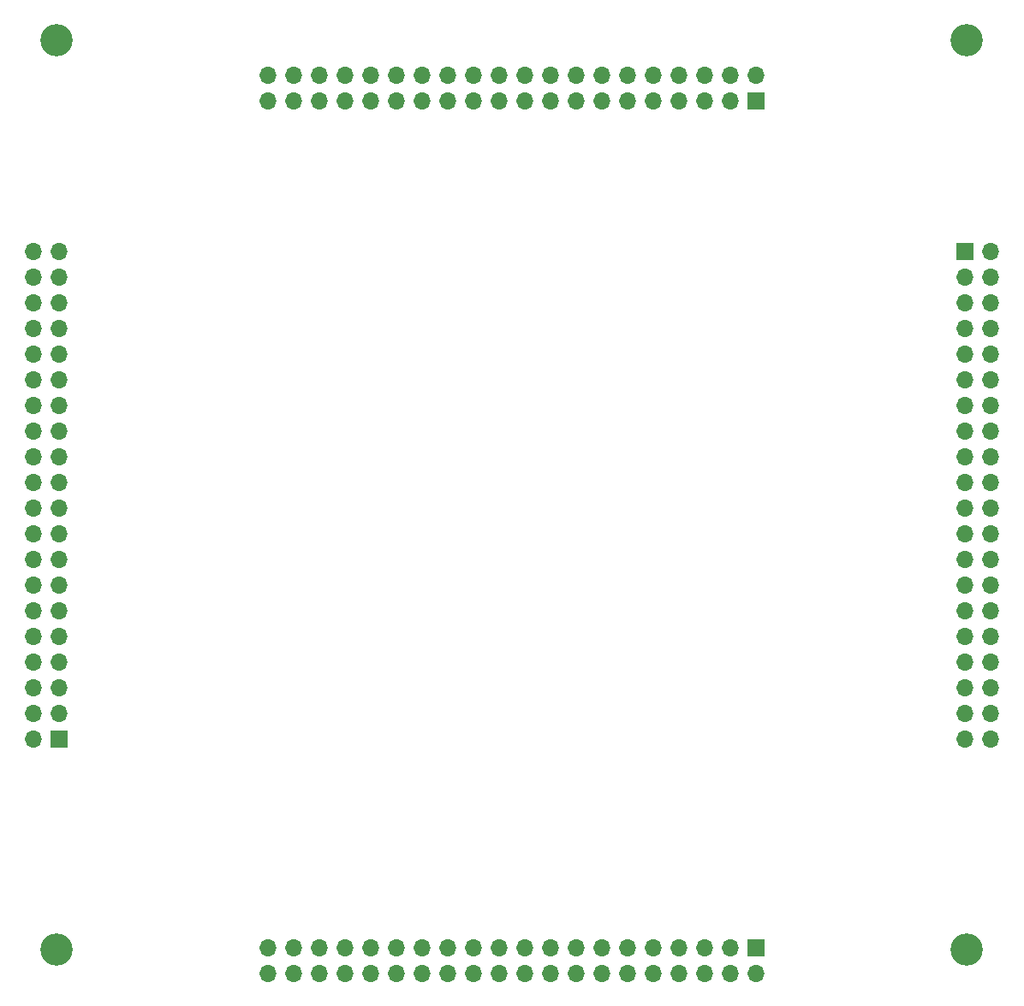
<source format=gbr>
%TF.GenerationSoftware,KiCad,Pcbnew,(5.1.10-1-10_14)*%
%TF.CreationDate,2021-12-06T08:26:31+01:00*%
%TF.ProjectId,stack,73746163-6b2e-46b6-9963-61645f706362,1*%
%TF.SameCoordinates,Original*%
%TF.FileFunction,Soldermask,Bot*%
%TF.FilePolarity,Negative*%
%FSLAX46Y46*%
G04 Gerber Fmt 4.6, Leading zero omitted, Abs format (unit mm)*
G04 Created by KiCad (PCBNEW (5.1.10-1-10_14)) date 2021-12-06 08:26:31*
%MOMM*%
%LPD*%
G01*
G04 APERTURE LIST*
%ADD10O,1.700000X1.700000*%
%ADD11R,1.700000X1.700000*%
%ADD12C,3.200000*%
G04 APERTURE END LIST*
D10*
%TO.C,J4*%
X147358000Y-124130000D03*
X144818000Y-124130000D03*
X147358000Y-121590000D03*
X144818000Y-121590000D03*
X147358000Y-119050000D03*
X144818000Y-119050000D03*
X147358000Y-116510000D03*
X144818000Y-116510000D03*
X147358000Y-113970000D03*
X144818000Y-113970000D03*
X147358000Y-111430000D03*
X144818000Y-111430000D03*
X147358000Y-108890000D03*
X144818000Y-108890000D03*
X147358000Y-106350000D03*
X144818000Y-106350000D03*
X147358000Y-103810000D03*
X144818000Y-103810000D03*
X147358000Y-101270000D03*
X144818000Y-101270000D03*
X147358000Y-98730000D03*
X144818000Y-98730000D03*
X147358000Y-96190000D03*
X144818000Y-96190000D03*
X147358000Y-93650000D03*
X144818000Y-93650000D03*
X147358000Y-91110000D03*
X144818000Y-91110000D03*
X147358000Y-88570000D03*
X144818000Y-88570000D03*
X147358000Y-86030000D03*
X144818000Y-86030000D03*
X147358000Y-83490000D03*
X144818000Y-83490000D03*
X147358000Y-80950000D03*
X144818000Y-80950000D03*
X147358000Y-78410000D03*
X144818000Y-78410000D03*
X147358000Y-75870000D03*
D11*
X144818000Y-75870000D03*
%TD*%
D10*
%TO.C,J3*%
X75870000Y-147358000D03*
X75870000Y-144818000D03*
X78410000Y-147358000D03*
X78410000Y-144818000D03*
X80950000Y-147358000D03*
X80950000Y-144818000D03*
X83490000Y-147358000D03*
X83490000Y-144818000D03*
X86030000Y-147358000D03*
X86030000Y-144818000D03*
X88570000Y-147358000D03*
X88570000Y-144818000D03*
X91110000Y-147358000D03*
X91110000Y-144818000D03*
X93650000Y-147358000D03*
X93650000Y-144818000D03*
X96190000Y-147358000D03*
X96190000Y-144818000D03*
X98730000Y-147358000D03*
X98730000Y-144818000D03*
X101270000Y-147358000D03*
X101270000Y-144818000D03*
X103810000Y-147358000D03*
X103810000Y-144818000D03*
X106350000Y-147358000D03*
X106350000Y-144818000D03*
X108890000Y-147358000D03*
X108890000Y-144818000D03*
X111430000Y-147358000D03*
X111430000Y-144818000D03*
X113970000Y-147358000D03*
X113970000Y-144818000D03*
X116510000Y-147358000D03*
X116510000Y-144818000D03*
X119050000Y-147358000D03*
X119050000Y-144818000D03*
X121590000Y-147358000D03*
X121590000Y-144818000D03*
X124130000Y-147358000D03*
D11*
X124130000Y-144818000D03*
%TD*%
D10*
%TO.C,J2*%
X75870000Y-58460000D03*
X75870000Y-61000000D03*
X78410000Y-58460000D03*
X78410000Y-61000000D03*
X80950000Y-58460000D03*
X80950000Y-61000000D03*
X83490000Y-58460000D03*
X83490000Y-61000000D03*
X86030000Y-58460000D03*
X86030000Y-61000000D03*
X88570000Y-58460000D03*
X88570000Y-61000000D03*
X91110000Y-58460000D03*
X91110000Y-61000000D03*
X93650000Y-58460000D03*
X93650000Y-61000000D03*
X96190000Y-58460000D03*
X96190000Y-61000000D03*
X98730000Y-58460000D03*
X98730000Y-61000000D03*
X101270000Y-58460000D03*
X101270000Y-61000000D03*
X103810000Y-58460000D03*
X103810000Y-61000000D03*
X106350000Y-58460000D03*
X106350000Y-61000000D03*
X108890000Y-58460000D03*
X108890000Y-61000000D03*
X111430000Y-58460000D03*
X111430000Y-61000000D03*
X113970000Y-58460000D03*
X113970000Y-61000000D03*
X116510000Y-58460000D03*
X116510000Y-61000000D03*
X119050000Y-58460000D03*
X119050000Y-61000000D03*
X121590000Y-58460000D03*
X121590000Y-61000000D03*
X124130000Y-58460000D03*
D11*
X124130000Y-61000000D03*
%TD*%
D10*
%TO.C,J1*%
X52642000Y-75870000D03*
X55182000Y-75870000D03*
X52642000Y-78410000D03*
X55182000Y-78410000D03*
X52642000Y-80950000D03*
X55182000Y-80950000D03*
X52642000Y-83490000D03*
X55182000Y-83490000D03*
X52642000Y-86030000D03*
X55182000Y-86030000D03*
X52642000Y-88570000D03*
X55182000Y-88570000D03*
X52642000Y-91110000D03*
X55182000Y-91110000D03*
X52642000Y-93650000D03*
X55182000Y-93650000D03*
X52642000Y-96190000D03*
X55182000Y-96190000D03*
X52642000Y-98730000D03*
X55182000Y-98730000D03*
X52642000Y-101270000D03*
X55182000Y-101270000D03*
X52642000Y-103810000D03*
X55182000Y-103810000D03*
X52642000Y-106350000D03*
X55182000Y-106350000D03*
X52642000Y-108890000D03*
X55182000Y-108890000D03*
X52642000Y-111430000D03*
X55182000Y-111430000D03*
X52642000Y-113970000D03*
X55182000Y-113970000D03*
X52642000Y-116510000D03*
X55182000Y-116510000D03*
X52642000Y-119050000D03*
X55182000Y-119050000D03*
X52642000Y-121590000D03*
X55182000Y-121590000D03*
X52642000Y-124130000D03*
D11*
X55182000Y-124130000D03*
%TD*%
D12*
%TO.C,H4*%
X55000000Y-145000000D03*
%TD*%
%TO.C,H3*%
X145000000Y-145000000D03*
%TD*%
%TO.C,H2*%
X145000000Y-55000000D03*
%TD*%
%TO.C,H1*%
X55000000Y-55000000D03*
%TD*%
M02*

</source>
